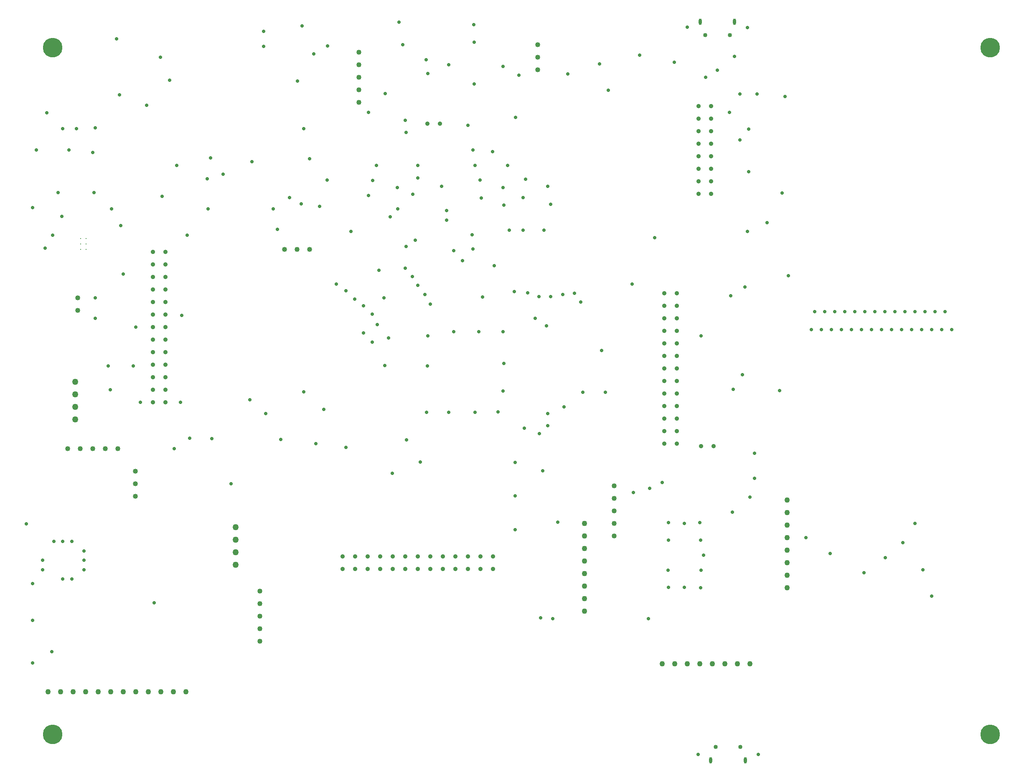
<source format=gbr>
%TF.GenerationSoftware,Altium Limited,Altium Designer,23.9.2 (47)*%
G04 Layer_Color=0*
%FSLAX45Y45*%
%MOMM*%
%TF.SameCoordinates,7747E0AE-D8E6-467E-A507-EEFEC3D8B4F9*%
%TF.FilePolarity,Positive*%
%TF.FileFunction,Plated,1,6,PTH,Drill*%
%TF.Part,Single*%
G01*
G75*
%TA.AperFunction,ComponentDrill*%
%ADD191C,1.02000*%
%ADD192C,1.02000*%
%ADD193C,0.85000*%
%ADD194O,0.60000X1.30000*%
%ADD195C,1.10000*%
%ADD196C,1.10000*%
%TA.AperFunction,OtherDrill,Pad Free-5 (260.096mm,171.196mm)*%
%ADD197C,3.96875*%
%TA.AperFunction,OtherDrill,Pad Free-4 (260.096mm,32.004mm)*%
%ADD198C,3.96875*%
%TA.AperFunction,OtherDrill,Pad Free-3 (70.104mm,32.004mm)*%
%ADD199C,3.96875*%
%TA.AperFunction,OtherDrill,Pad Free-2 (70.104mm,171.196mm)*%
%ADD200C,3.96875*%
%TA.AperFunction,ComponentDrill*%
%ADD201C,0.89000*%
%ADD202C,0.89000*%
%ADD203C,0.88900*%
%ADD204C,1.27000*%
%TA.AperFunction,ViaDrill,NotFilled*%
%ADD205C,0.71120*%
%ADD206C,0.20000*%
%ADD207C,0.89000*%
D191*
X18389600Y7226300D02*
D03*
Y7480300D02*
D03*
Y7734300D02*
D03*
Y7988300D02*
D03*
Y8242300D02*
D03*
X13220700Y16014700D02*
D03*
Y16268700D02*
D03*
Y16522701D02*
D03*
Y16776700D02*
D03*
Y17030701D02*
D03*
X11214100Y6108700D02*
D03*
Y5854700D02*
D03*
Y5600700D02*
D03*
Y5346700D02*
D03*
Y5092700D02*
D03*
X8686800Y8534400D02*
D03*
Y8280400D02*
D03*
Y8026400D02*
D03*
X16840199Y16675101D02*
D03*
Y16929100D02*
D03*
Y17183099D02*
D03*
D192*
X8331200Y8991600D02*
D03*
X8077200D02*
D03*
X7823200D02*
D03*
X7569200D02*
D03*
X7315200D02*
D03*
X7518400Y12052300D02*
D03*
Y11798300D02*
D03*
X12217400Y13030200D02*
D03*
X11963400D02*
D03*
X11709400D02*
D03*
D193*
X20952602Y2949702D02*
D03*
X20452603D02*
D03*
X20735100Y17378300D02*
D03*
X20235100D02*
D03*
D194*
X21052602Y2679700D02*
D03*
X20352603D02*
D03*
X20835100Y17648300D02*
D03*
X20135100D02*
D03*
D195*
X9715500Y4064000D02*
D03*
X9461500D02*
D03*
X9207500D02*
D03*
X8699500D02*
D03*
X8445500D02*
D03*
X7937500D02*
D03*
X7429500D02*
D03*
X6921500D02*
D03*
X7175500D02*
D03*
X7683500D02*
D03*
X8191500D02*
D03*
X8953500D02*
D03*
X20637500Y4635500D02*
D03*
X20129500D02*
D03*
X19621500D02*
D03*
X19367500D02*
D03*
X19875500D02*
D03*
X20383501D02*
D03*
X20891499D02*
D03*
X21145500D02*
D03*
D196*
X21894800Y6680200D02*
D03*
Y7188200D02*
D03*
Y7696200D02*
D03*
Y7950200D02*
D03*
Y7442200D02*
D03*
Y6934200D02*
D03*
Y6426200D02*
D03*
Y6172200D02*
D03*
X17792700Y6210300D02*
D03*
Y6718300D02*
D03*
Y7226300D02*
D03*
Y7480300D02*
D03*
Y6972300D02*
D03*
Y6464300D02*
D03*
Y5956300D02*
D03*
Y5702300D02*
D03*
D197*
X26009601Y17119600D02*
D03*
D198*
Y3200400D02*
D03*
D199*
X7010400D02*
D03*
D200*
Y17119600D02*
D03*
D201*
X20408897Y9042400D02*
D03*
X20154898D02*
D03*
X12890500Y6553000D02*
D03*
X14605000Y15582899D02*
D03*
X14859000D02*
D03*
D202*
X9296600Y9931400D02*
D03*
X19659801Y9093200D02*
D03*
D203*
X20358099Y14160500D02*
D03*
Y14414500D02*
D03*
Y14668500D02*
D03*
Y14922501D02*
D03*
Y15176500D02*
D03*
Y15430499D02*
D03*
Y15684500D02*
D03*
Y15938499D02*
D03*
X20104100Y14160500D02*
D03*
Y14414500D02*
D03*
Y14668500D02*
D03*
Y14922501D02*
D03*
Y15176500D02*
D03*
Y15430499D02*
D03*
Y15684500D02*
D03*
Y15938499D02*
D03*
D204*
X7467600Y9588500D02*
D03*
Y9842500D02*
D03*
Y10096500D02*
D03*
Y10350500D02*
D03*
X10718798Y7404100D02*
D03*
Y7150100D02*
D03*
Y6896100D02*
D03*
Y6642100D02*
D03*
D205*
X8210550Y13855701D02*
D03*
X8445500Y12534900D02*
D03*
X6604000Y13881100D02*
D03*
X6858000Y13055600D02*
D03*
X7200900Y13703300D02*
D03*
X7010400Y13322301D02*
D03*
X8394700Y13512801D02*
D03*
X18910300Y16967200D02*
D03*
X21793201Y14173199D02*
D03*
X21094701Y13398500D02*
D03*
X20942300Y15252699D02*
D03*
X21120100Y14605000D02*
D03*
X21488400Y13576300D02*
D03*
X24828500Y6007100D02*
D03*
X8305800Y17297400D02*
D03*
X23456900Y6477000D02*
D03*
X23888699Y6781800D02*
D03*
X22771100Y6870700D02*
D03*
X17145000Y5549900D02*
D03*
X16903700Y5562600D02*
D03*
X18757899Y12331700D02*
D03*
X19215100Y13271500D02*
D03*
X17348199Y12115800D02*
D03*
X17589500Y12141200D02*
D03*
X17716499Y11963400D02*
D03*
X15963901Y12700000D02*
D03*
X15722600Y12065000D02*
D03*
X15316200Y12801601D02*
D03*
X15532100Y13042900D02*
D03*
X16789400Y11633200D02*
D03*
X8648700Y10668000D02*
D03*
X8140700D02*
D03*
X21310600Y2794000D02*
D03*
X20091400D02*
D03*
X21094701Y17525999D02*
D03*
X15544800Y17589500D02*
D03*
X21234399Y8394700D02*
D03*
Y8902700D02*
D03*
X7874000Y12052300D02*
D03*
X19608800Y16827499D02*
D03*
X18097501Y16789400D02*
D03*
X18275301Y16256000D02*
D03*
X17449800Y16586200D02*
D03*
X20828000Y16941800D02*
D03*
X21856700Y16128999D02*
D03*
X21120100Y15468600D02*
D03*
X20726401Y15811501D02*
D03*
X21285201Y16179800D02*
D03*
X20942300D02*
D03*
X20154900Y11277600D02*
D03*
X20751801Y12090400D02*
D03*
X21043900Y12268200D02*
D03*
X7823200Y14998700D02*
D03*
X7340600Y15049500D02*
D03*
X7213600Y15481300D02*
D03*
X7493000D02*
D03*
X9194800Y16929100D02*
D03*
X8915400Y15951199D02*
D03*
X7124700Y14185899D02*
D03*
X7874000Y11633200D02*
D03*
X9385300Y16459200D02*
D03*
X7848600Y14185899D02*
D03*
X8369300Y16167101D02*
D03*
X20485100Y16662399D02*
D03*
X20243800Y16522701D02*
D03*
X24244299Y7086600D02*
D03*
X22275800Y7188200D02*
D03*
X10629900Y8280400D02*
D03*
X10236200Y9194800D02*
D03*
X9474200Y8991600D02*
D03*
X9067800Y5867400D02*
D03*
X11010900Y9982200D02*
D03*
X9791700Y9207500D02*
D03*
X9601200Y9931400D02*
D03*
X13893800Y8496300D02*
D03*
X8178800Y10185400D02*
D03*
X15646400Y11366500D02*
D03*
X11976100Y16446500D02*
D03*
X22390100Y11404600D02*
D03*
X22593300D02*
D03*
X22796500D02*
D03*
X22999699D02*
D03*
X23202901D02*
D03*
X23406100D02*
D03*
X23609300D02*
D03*
X23812500D02*
D03*
X24015700D02*
D03*
X24218900D02*
D03*
X24422099D02*
D03*
X24625301D02*
D03*
X24828500D02*
D03*
X25031700D02*
D03*
X25234900D02*
D03*
X25095200Y11772900D02*
D03*
X24892000D02*
D03*
X24688800D02*
D03*
X24485600D02*
D03*
X24282401D02*
D03*
X24079201D02*
D03*
X23875999D02*
D03*
X23672800D02*
D03*
X23469600D02*
D03*
X23266400D02*
D03*
X23063200D02*
D03*
X22860001D02*
D03*
X22656799D02*
D03*
X22453600D02*
D03*
X21145500Y8013700D02*
D03*
X12306300Y16992599D02*
D03*
X12065000Y17564101D02*
D03*
X15925800Y15011400D02*
D03*
X16395700Y15709900D02*
D03*
X15430499Y15544800D02*
D03*
X12217400Y14871700D02*
D03*
X11290198Y17454703D02*
D03*
X12585700Y17157700D02*
D03*
X15570200Y14732001D02*
D03*
X16230600D02*
D03*
X14414500D02*
D03*
X13576300D02*
D03*
X13500101Y14427200D02*
D03*
X15532100Y15049500D02*
D03*
X12103100Y15481300D02*
D03*
X14173199Y15405099D02*
D03*
X13411200Y15811501D02*
D03*
X14160500Y15646400D02*
D03*
X14109700Y17183099D02*
D03*
X14033501Y17640300D02*
D03*
X6604000Y5511800D02*
D03*
Y4648200D02*
D03*
X6997700Y4876800D02*
D03*
X9740900Y13322301D02*
D03*
X9232900Y14109700D02*
D03*
X9525000Y14732001D02*
D03*
X10160000Y13855701D02*
D03*
X7874000Y15494000D02*
D03*
X16459200Y16560800D02*
D03*
X12344400Y9093200D02*
D03*
X11633200Y9182100D02*
D03*
X11328400Y9702800D02*
D03*
X12509500Y9791700D02*
D03*
X8788400Y9931400D02*
D03*
X16383000Y7353300D02*
D03*
X21920200Y12496800D02*
D03*
X20993100Y10490200D02*
D03*
X21742400Y10172700D02*
D03*
X20802600Y10198100D02*
D03*
X12103100Y10147300D02*
D03*
X12953999Y9017000D02*
D03*
X14465300Y8724900D02*
D03*
X13055600Y13398500D02*
D03*
X10147300Y14465300D02*
D03*
X10464800Y14554201D02*
D03*
X11049000Y14808200D02*
D03*
X11569700Y13436600D02*
D03*
X12420600Y13906500D02*
D03*
X10210800Y14884399D02*
D03*
X6896100Y15798801D02*
D03*
X6680200Y15049500D02*
D03*
X11480800Y13855701D02*
D03*
X12573000Y14439900D02*
D03*
X8699500Y11455400D02*
D03*
X9626600Y11696700D02*
D03*
X18211800Y10134600D02*
D03*
X18135600Y10985500D02*
D03*
X17754601Y10134600D02*
D03*
X16154401Y10718800D02*
D03*
X16141701Y10160000D02*
D03*
X16573500Y9410700D02*
D03*
X16878300Y9296400D02*
D03*
X17373599Y9842500D02*
D03*
X17043401Y9461500D02*
D03*
Y9702800D02*
D03*
X17246600Y7505700D02*
D03*
X16383000Y8712200D02*
D03*
Y8039100D02*
D03*
X13487399Y11722100D02*
D03*
X13309599Y11887200D02*
D03*
X13131799Y12026900D02*
D03*
X12953999Y12192000D02*
D03*
X12763500Y12331700D02*
D03*
X13817599Y11239500D02*
D03*
X13487399Y11150600D02*
D03*
X13309599Y11341100D02*
D03*
X13741400Y10680700D02*
D03*
X15512833Y13328433D02*
D03*
X16548100Y13423900D02*
D03*
X14363699Y13220700D02*
D03*
X14173199Y13093700D02*
D03*
X13855701Y13690601D02*
D03*
X14998700Y13817599D02*
D03*
Y13627100D02*
D03*
X14160500Y12649200D02*
D03*
X14300200Y12484100D02*
D03*
X14414500Y12306300D02*
D03*
X14554201Y12115800D02*
D03*
X14668500Y11925300D02*
D03*
X15138400Y13004800D02*
D03*
Y11366500D02*
D03*
X16370300Y12179300D02*
D03*
X16637000Y12153900D02*
D03*
X16865601Y12077700D02*
D03*
X17106900D02*
D03*
X16268700Y13423900D02*
D03*
X17017999Y11480800D02*
D03*
X16548100Y14084300D02*
D03*
X13728700Y12052300D02*
D03*
X13627100Y12611100D02*
D03*
X14605000Y10668000D02*
D03*
X13589000Y11506200D02*
D03*
X11811000Y14084300D02*
D03*
X12052300Y13957300D02*
D03*
X16040100Y9740900D02*
D03*
X15036800Y9728200D02*
D03*
X15570200D02*
D03*
X20789900Y7708900D02*
D03*
X16941800Y8547100D02*
D03*
X11290198Y17149902D02*
D03*
X6604000Y6261100D02*
D03*
X24485600Y7480300D02*
D03*
X24650700Y6540500D02*
D03*
X19088100Y5549900D02*
D03*
X20205701Y6832600D02*
D03*
X19481799Y6527800D02*
D03*
X19367500Y8305800D02*
D03*
X19113499Y8191500D02*
D03*
X18783299Y8102600D02*
D03*
X19875500Y17538699D02*
D03*
X15557500Y16383000D02*
D03*
Y17233900D02*
D03*
X16141701Y16738600D02*
D03*
Y11366500D02*
D03*
X14617700Y16598900D02*
D03*
X14897099Y14312900D02*
D03*
X14414500Y14478000D02*
D03*
X14312900Y14147800D02*
D03*
X15697200Y14071600D02*
D03*
X13754100Y16192500D02*
D03*
X16967200Y13423900D02*
D03*
X17106900Y13944600D02*
D03*
X16154401Y13931900D02*
D03*
X14008099Y13855701D02*
D03*
X15036800Y16776700D02*
D03*
X14579601Y16878300D02*
D03*
X17043401Y14312900D02*
D03*
X16141701Y14287500D02*
D03*
X13995399D02*
D03*
X16598900Y14452600D02*
D03*
X15671800Y14439900D02*
D03*
X13411200Y14122400D02*
D03*
X14617700Y11277600D02*
D03*
X19812000Y6184900D02*
D03*
X20142200Y6172200D02*
D03*
X19494501Y6184900D02*
D03*
X20154900Y6527800D02*
D03*
X20142200Y7137400D02*
D03*
X19494501D02*
D03*
X19812000Y7480300D02*
D03*
X20129500Y7493000D02*
D03*
X19494501D02*
D03*
X14185899Y9169400D02*
D03*
X14592300Y9728200D02*
D03*
X6477000Y7467600D02*
D03*
X7645400Y6540500D02*
D03*
X6807200D02*
D03*
X7213600Y7112000D02*
D03*
Y6350000D02*
D03*
X7645400Y6731000D02*
D03*
Y6921500D02*
D03*
X6807200Y6731000D02*
D03*
X7404100Y7112000D02*
D03*
X7035800D02*
D03*
X7404100Y6350000D02*
D03*
D206*
X7687700Y13034500D02*
D03*
X7577700D02*
D03*
X7687700Y13144501D02*
D03*
X7577700D02*
D03*
X7687700Y13254500D02*
D03*
X7577700D02*
D03*
D207*
X9042600Y12979401D02*
D03*
Y12725400D02*
D03*
Y12471400D02*
D03*
Y12217400D02*
D03*
Y11963400D02*
D03*
Y11709400D02*
D03*
Y11455400D02*
D03*
Y11201400D02*
D03*
Y10947400D02*
D03*
Y10693400D02*
D03*
Y10439400D02*
D03*
Y10185400D02*
D03*
Y9931400D02*
D03*
X9296600Y12979401D02*
D03*
Y12725400D02*
D03*
Y12471400D02*
D03*
Y12217400D02*
D03*
Y11963400D02*
D03*
Y11709400D02*
D03*
Y11455400D02*
D03*
Y11201400D02*
D03*
Y10947400D02*
D03*
Y10693400D02*
D03*
Y10439400D02*
D03*
Y10185400D02*
D03*
X19405800Y12141200D02*
D03*
Y11887200D02*
D03*
Y11633200D02*
D03*
Y11379200D02*
D03*
Y11125200D02*
D03*
Y10871200D02*
D03*
Y10617200D02*
D03*
Y10363200D02*
D03*
Y10109200D02*
D03*
Y9855200D02*
D03*
Y9601200D02*
D03*
Y9347200D02*
D03*
Y9093200D02*
D03*
X19659801Y12141200D02*
D03*
Y11887200D02*
D03*
Y11633200D02*
D03*
Y11379200D02*
D03*
Y11125200D02*
D03*
Y10871200D02*
D03*
Y10617200D02*
D03*
Y10363200D02*
D03*
Y10109200D02*
D03*
Y9855200D02*
D03*
Y9601200D02*
D03*
Y9347200D02*
D03*
X15938499Y6807000D02*
D03*
X15684500D02*
D03*
X15430499D02*
D03*
X15176500D02*
D03*
X14922501D02*
D03*
X14668500D02*
D03*
X14414500D02*
D03*
X14160500D02*
D03*
X13906500D02*
D03*
X13652499D02*
D03*
X13398500D02*
D03*
X13144501D02*
D03*
X12890500D02*
D03*
X15938499Y6553000D02*
D03*
X15684500D02*
D03*
X15430499D02*
D03*
X15176500D02*
D03*
X14922501D02*
D03*
X14668500D02*
D03*
X14414500D02*
D03*
X14160500D02*
D03*
X13906500D02*
D03*
X13652499D02*
D03*
X13398500D02*
D03*
X13144501D02*
D03*
%TF.MD5,168e8b5df52db328ad88db692127c8eb*%
M02*

</source>
